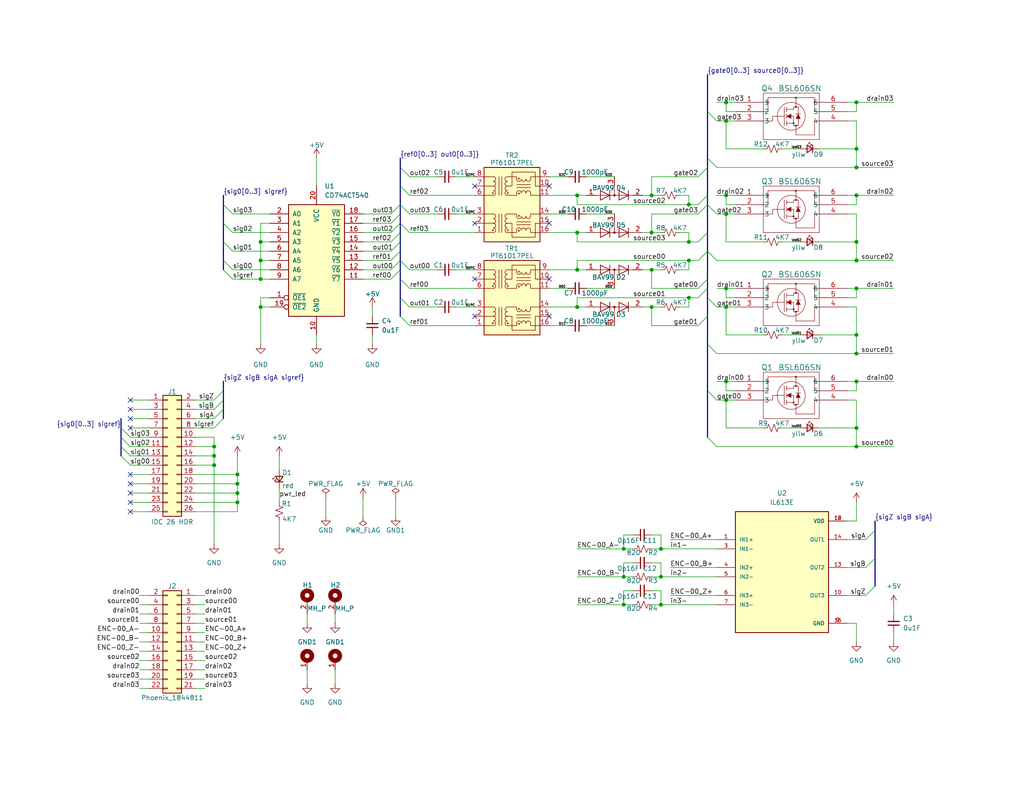
<source format=kicad_sch>
(kicad_sch (version 20231120) (generator "eeschema") (generator_version "8.0")
  (paper "USLetter")
  (title_block (title "DSS-SSR4E") (date "2024-04-09") (rev "1") (company "Desert Shed Studio"))
  (lib_symbols
    (symbol "BSL606SNH6327XTSA1_1" (pin_names (offset 0.254))
      (property "Reference" "Q" (at 15.24 7.62 0))
      (property "Value" " BSL606SN" (at 15.24 5.08 0))
      (symbol "BSL606SNH6327XTSA1_1_0_1"
        (pin passive line (at 0 0 0) (length 7.62) (name "1") (number "1"))
        (pin passive line (at 0 -2.54 0) (length 7.62) (name "2") (number "2"))
        (pin input line (at 0 -5.08 0) (length 7.62) (name "3") (number "3"))
        (pin passive line (at 30.48 -5.08 180) (length 7.62) (name "4") (number "4"))
        (pin passive line (at 30.48 -2.54 180) (length 7.62) (name "5") (number "5"))
        (pin passive line (at 30.48 0 180) (length 7.62) (name "6") (number "6"))
      )
    )
    (symbol "BSL606SNH6327XTSA1_2" (pin_names (offset 0.254))
      (property "Reference" "Q" (at 15.24 7.62 0))
      (property "Value" " BSL606SN" (at 15.24 5.08 0))
      (symbol "BSL606SNH6327XTSA1_2_0_1"
        (pin passive line (at 0 0 0) (length 7.62) (name "1") (number "1"))
        (pin passive line (at 0 -2.54 0) (length 7.62) (name "2") (number "2"))
        (pin input line (at 0 -5.08 0) (length 7.62) (name "3") (number "3"))
        (pin passive line (at 30.48 -5.08 180) (length 7.62) (name "4") (number "4"))
        (pin passive line (at 30.48 -2.54 180) (length 7.62) (name "5") (number "5"))
        (pin passive line (at 30.48 0 180) (length 7.62) (name "6") (number "6"))
      )
    )
    (symbol "BSL606SNH6327XTSA1_3" (pin_names (offset 0.254))
      (property "Reference" "Q" (at 15.24 7.62 0))
      (property "Value" " BSL606SN" (at 15.24 5.08 0))
      (symbol "BSL606SNH6327XTSA1_3_0_1"
        (pin passive line (at 0 0 0) (length 7.62) (name "1") (number "1"))
        (pin passive line (at 0 -2.54 0) (length 7.62) (name "2") (number "2"))
        (pin input line (at 0 -5.08 0) (length 7.62) (name "3") (number "3"))
        (pin passive line (at 30.48 -5.08 180) (length 7.62) (name "4") (number "4"))
        (pin passive line (at 30.48 -2.54 180) (length 7.62) (name "5") (number "5"))
        (pin passive line (at 30.48 0 180) (length 7.62) (name "6") (number "6"))
      )
    )
    (symbol "Connector_Generic:Conn_02x11_Odd_Even" (pin_names (offset 1.016) hide)
      (property "Reference" "J" (at 1.27 15.24 0))
      (property "Value" "Conn_02x11_Odd_Even" (at 1.27 -15.24 0))
      (symbol "Conn_02x11_Odd_Even_1_1"
        (pin passive line (at -5.08 12.7 0) (length 3.81) (name "Pin_1") (number "1"))
        (pin passive line (at 7.62 2.54 180) (length 3.81) (name "Pin_10") (number "10"))
        (pin passive line (at -5.08 0 0) (length 3.81) (name "Pin_11") (number "11"))
        (pin passive line (at 7.62 0 180) (length 3.81) (name "Pin_12") (number "12"))
        (pin passive line (at -5.08 -2.54 0) (length 3.81) (name "Pin_13") (number "13"))
        (pin passive line (at 7.62 -2.54 180) (length 3.81) (name "Pin_14") (number "14"))
        (pin passive line (at -5.08 -5.08 0) (length 3.81) (name "Pin_15") (number "15"))
        (pin passive line (at 7.62 -5.08 180) (length 3.81) (name "Pin_16") (number "16"))
        (pin passive line (at -5.08 -7.62 0) (length 3.81) (name "Pin_17") (number "17"))
        (pin passive line (at 7.62 -7.62 180) (length 3.81) (name "Pin_18") (number "18"))
        (pin passive line (at -5.08 -10.16 0) (length 3.81) (name "Pin_19") (number "19"))
        (pin passive line (at 7.62 12.7 180) (length 3.81) (name "Pin_2") (number "2"))
        (pin passive line (at 7.62 -10.16 180) (length 3.81) (name "Pin_20") (number "20"))
        (pin passive line (at -5.08 -12.7 0) (length 3.81) (name "Pin_21") (number "21"))
        (pin passive line (at 7.62 -12.7 180) (length 3.81) (name "Pin_22") (number "22"))
        (pin passive line (at -5.08 10.16 0) (length 3.81) (name "Pin_3") (number "3"))
        (pin passive line (at 7.62 10.16 180) (length 3.81) (name "Pin_4") (number "4"))
        (pin passive line (at -5.08 7.62 0) (length 3.81) (name "Pin_5") (number "5"))
        (pin passive line (at 7.62 7.62 180) (length 3.81) (name "Pin_6") (number "6"))
        (pin passive line (at -5.08 5.08 0) (length 3.81) (name "Pin_7") (number "7"))
        (pin passive line (at 7.62 5.08 180) (length 3.81) (name "Pin_8") (number "8"))
        (pin passive line (at -5.08 2.54 0) (length 3.81) (name "Pin_9") (number "9"))
      )
    )
    (symbol "Connector_Generic:Conn_02x13_Odd_Even" (pin_names (offset 1.016) hide)
      (property "Reference" "J" (at 1.27 17.78 0))
      (property "Value" "Conn_02x13_Odd_Even" (at 1.27 -17.78 0))
      (symbol "Conn_02x13_Odd_Even_1_1"
        (pin passive line (at -5.08 15.24 0) (length 3.81) (name "Pin_1") (number "1"))
        (pin passive line (at 7.62 5.08 180) (length 3.81) (name "Pin_10") (number "10"))
        (pin passive line (at -5.08 2.54 0) (length 3.81) (name "Pin_11") (number "11"))
        (pin passive line (at 7.62 2.54 180) (length 3.81) (name "Pin_12") (number "12"))
        (pin passive line (at -5.08 0 0) (length 3.81) (name "Pin_13") (number "13"))
        (pin passive line (at 7.62 0 180) (length 3.81) (name "Pin_14") (number "14"))
        (pin passive line (at -5.08 -2.54 0) (length 3.81) (name "Pin_15") (number "15"))
        (pin passive line (at 7.62 -2.54 180) (length 3.81) (name "Pin_16") (number "16"))
        (pin passive line (at -5.08 -5.08 0) (length 3.81) (name "Pin_17") (number "17"))
        (pin passive line (at 7.62 -5.08 180) (length 3.81) (name "Pin_18") (number "18"))
        (pin passive line (at -5.08 -7.62 0) (length 3.81) (name "Pin_19") (number "19"))
        (pin passive line (at 7.62 15.24 180) (length 3.81) (name "Pin_2") (number "2"))
        (pin passive line (at 7.62 -7.62 180) (length 3.81) (name "Pin_20") (number "20"))
        (pin passive line (at -5.08 -10.16 0) (length 3.81) (name "Pin_21") (number "21"))
        (pin passive line (at 7.62 -10.16 180) (length 3.81) (name "Pin_22") (number "22"))
        (pin passive line (at -5.08 -12.7 0) (length 3.81) (name "Pin_23") (number "23"))
        (pin passive line (at 7.62 -12.7 180) (length 3.81) (name "Pin_24") (number "24"))
        (pin passive line (at -5.08 -15.24 0) (length 3.81) (name "Pin_25") (number "25"))
        (pin passive line (at 7.62 -15.24 180) (length 3.81) (name "Pin_26") (number "26"))
        (pin passive line (at -5.08 12.7 0) (length 3.81) (name "Pin_3") (number "3"))
        (pin passive line (at 7.62 12.7 180) (length 3.81) (name "Pin_4") (number "4"))
        (pin passive line (at -5.08 10.16 0) (length 3.81) (name "Pin_5") (number "5"))
        (pin passive line (at 7.62 10.16 180) (length 3.81) (name "Pin_6") (number "6"))
        (pin passive line (at -5.08 7.62 0) (length 3.81) (name "Pin_7") (number "7"))
        (pin passive line (at 7.62 7.62 180) (length 3.81) (name "Pin_8") (number "8"))
        (pin passive line (at -5.08 5.08 0) (length 3.81) (name "Pin_9") (number "9"))
      )
    )
    (symbol "Custom_symbols:BSL606SNH6327XTSA1" (pin_names (offset 0.254))
      (property "Reference" "Q" (at 15.24 7.62 0))
      (property "Value" " BSL606SN" (at 15.24 5.08 0))
      (symbol "BSL606SNH6327XTSA1_0_1"
        (pin passive line (at 0 0 0) (length 7.62) (name "1") (number "1"))
        (pin passive line (at 0 -2.54 0) (length 7.62) (name "2") (number "2"))
        (pin input line (at 0 -5.08 0) (length 7.62) (name "3") (number "3"))
        (pin passive line (at 30.48 -5.08 180) (length 7.62) (name "4") (number "4"))
        (pin passive line (at 30.48 -2.54 180) (length 7.62) (name "5") (number "5"))
        (pin passive line (at 30.48 0 180) (length 7.62) (name "6") (number "6"))
      )
    )
    (symbol "Custom_symbols:CD74ACT540" (pin_names (offset 1.016))
      (property "Reference" "U?" (at 1.9559 19.304 0))
      (property "Value" "CD74ACT540" (at 1.9559 16.764 0))
      (symbol "CD74ACT540_1_0"
        (pin input inverted (at -12.7 -10.16 0) (length 5.08) (name "~{OE1}") (number "1"))
        (pin power_in line (at 0 -20.32 90) (length 5.08) (name "GND") (number "10"))
        (pin tri_state line (at 12.7 -5.08 180) (length 5.08) (name "~{Y7}") (number "11"))
        (pin tri_state line (at 12.7 -2.54 180) (length 5.08) (name "~{Y6}") (number "12"))
        (pin tri_state line (at 12.7 0 180) (length 5.08) (name "~{Y5}") (number "13"))
        (pin tri_state line (at 12.7 2.54 180) (length 5.08) (name "~{Y4}") (number "14"))
        (pin tri_state line (at 12.7 5.08 180) (length 5.08) (name "~{Y3}") (number "15"))
        (pin tri_state line (at 12.7 7.62 180) (length 5.08) (name "~{Y2}") (number "16"))
        (pin tri_state line (at 12.7 10.16 180) (length 5.08) (name "~{Y1}") (number "17"))
        (pin tri_state line (at 12.7 12.7 180) (length 5.08) (name "~{Y0}") (number "18"))
        (pin input inverted (at -12.7 -12.7 0) (length 5.08) (name "~{OE2}") (number "19"))
        (pin input line (at -12.7 12.7 0) (length 5.08) (name "A0") (number "2"))
        (pin power_in line (at 0 20.32 270) (length 5.08) (name "VCC") (number "20"))
        (pin input line (at -12.7 10.16 0) (length 5.08) (name "A1") (number "3"))
        (pin input line (at -12.7 7.62 0) (length 5.08) (name "A2") (number "4"))
        (pin input line (at -12.7 5.08 0) (length 5.08) (name "A3") (number "5"))
        (pin input line (at -12.7 2.54 0) (length 5.08) (name "A4") (number "6"))
        (pin input line (at -12.7 0 0) (length 5.08) (name "A5") (number "7"))
        (pin input line (at -12.7 -2.54 0) (length 5.08) (name "A6") (number "8"))
        (pin input line (at -12.7 -5.08 0) (length 5.08) (name "A7") (number "9"))
      )
    )
    (symbol "Custom_symbols:IL613E" (pin_names (offset 1.016))
      (property "Reference" "U" (at -12.7 16.51 0))
      (property "Value" "IL613E" (at -12.7 -20.32 0))
      (symbol "IL613E_0_0"
        (pin input line (at -17.78 7.62 0) (length 5.08) (name "IN1+") (number "1"))
        (pin output line (at 17.78 -7.62 180) (length 5.08) (name "OUT3") (number "10"))
        (pin power_in line (at 17.78 12.7 180) (length 5.08) (name "VDD") (number "12"))
        (pin output line (at 17.78 0 180) (length 5.08) (name "OUT2") (number "13"))
        (pin output line (at 17.78 7.62 180) (length 5.08) (name "OUT1") (number "14"))
        (pin power_in line (at 17.78 -15.24 180) (length 5.08) (name "GND") (number "15"))
        (pin power_in line (at 17.78 12.7 180) (length 5.08) (name "VDD") (number "16"))
        (pin input line (at -17.78 5.08 0) (length 5.08) (name "IN1-") (number "3"))
        (pin input line (at -17.78 0 0) (length 5.08) (name "IN2+") (number "4"))
        (pin input line (at -17.78 -2.54 0) (length 5.08) (name "IN2-") (number "5"))
        (pin input line (at -17.78 -7.62 0) (length 5.08) (name "IN3+") (number "6"))
        (pin input line (at -17.78 -10.16 0) (length 5.08) (name "IN3-") (number "7"))
        (pin power_in line (at 17.78 -15.24 180) (length 5.08) (name "GND") (number "9"))
      )
      (symbol "IL613E_1_0"
        (pin no_connect non_logic (at -2.54 -20.32 90) (length 2.54) hide (name "") (number "11"))
        (pin no_connect non_logic (at 2.54 -20.32 90) (length 2.54) hide (name "") (number "2"))
        (pin no_connect non_logic (at 0 -20.32 90) (length 2.54) hide (name "") (number "8"))
      )
    )
    (symbol "Custom_symbols:PT61017PEL" (pin_names hide)
      (property "Reference" "TR" (at 0 10.795 0))
      (property "Value" "PT61017PEL" (at 0 -10.795 0))
      (symbol "PT61017PEL_1_0"
        (pin no_connect non_logic (at 1.27 12.7 270) (length 2.54) hide (name "") (number "12"))
        (pin no_connect non_logic (at 3.81 12.7 270) (length 2.54) hide (name "") (number "13"))
        (pin no_connect non_logic (at -3.81 12.7 270) (length 2.54) hide (name "") (number "4"))
        (pin no_connect non_logic (at -1.27 12.7 270) (length 2.54) hide (name "") (number "5"))
      )
      (symbol "PT61017PEL_1_1"
        (pin passive line (at -10.16 -7.62 0) (length 2.54) (name "TD+") (number "1"))
        (pin passive line (at 10.16 5.08 180) (length 2.54) (name "C_RX") (number "10"))
        (pin passive line (at 10.16 2.54 180) (length 2.54) (name "RX+") (number "11"))
        (pin passive line (at 10.16 -2.54 180) (length 2.54) (name "TX-") (number "14"))
        (pin passive line (at 10.16 -5.08 180) (length 2.54) (name "C_TX") (number "15"))
        (pin passive line (at 10.16 -7.62 180) (length 2.54) (name "TX+") (number "16"))
        (pin passive line (at -10.16 -5.08 0) (length 2.54) (name "C_TD") (number "2"))
        (pin passive line (at -10.16 -2.54 0) (length 2.54) (name "TD-") (number "3"))
        (pin passive line (at -10.16 2.54 0) (length 2.54) (name "RD+") (number "6"))
        (pin passive line (at -10.16 5.08 0) (length 2.54) (name "C_RD") (number "7"))
        (pin passive line (at -10.16 7.62 0) (length 2.54) (name "RD-") (number "8"))
        (pin passive line (at 10.16 7.62 180) (length 2.54) (name "RX-") (number "9"))
      )
    )
    (symbol "Custom_symbols:Pheonix_1201578_Pins_1-2_StyleB" (pin_names (offset 1.016) hide)
      (property "Reference" "H" (at 0 6.35 0))
      (property "Value" "MountingHole_Pad" (at 0 4.572 0))
      (symbol "Pheonix_1201578_Pins_1-2_StyleB_1_1"
        (pin input line (at 0 -2.54 90) (length 2.54) (name "1") (number "1"))
        (pin input line (at 0 12.7 90) (length 3.81) (name "2") (number "2"))
      )
    )
    (symbol "Device:C_Small" (pin_numbers hide) (pin_names (offset 0.254) hide)
      (property "Reference" "C" (at 0.254 1.778 0))
      (property "Value" "C_Small" (at 0.254 -2.032 0))
      (symbol "C_Small_1_1"
        (pin passive line (at 0 2.54 270) (length 2.032) (name "~") (number "1"))
        (pin passive line (at 0 -2.54 90) (length 2.032) (name "~") (number "2"))
      )
    )
    (symbol "Device:LED_Small" (pin_numbers hide) (pin_names (offset 0.254) hide)
      (property "Reference" "D" (at -1.27 3.175 0))
      (property "Value" "LED_Small" (at -4.445 -2.54 0))
      (symbol "LED_Small_1_1"
        (pin passive line (at -2.54 0 0) (length 1.778) (name "K") (number "1"))
        (pin passive line (at 2.54 0 180) (length 1.778) (name "A") (number "2"))
      )
    )
    (symbol "Device:R_Small_US" (pin_numbers hide) (pin_names (offset 0.254) hide)
      (property "Reference" "R" (at 0.762 0.508 0))
      (property "Value" "R_Small_US" (at 0.762 -1.016 0))
      (symbol "R_Small_US_1_1"
        (pin passive line (at 0 2.54 270) (length 1.016) (name "~") (number "1"))
        (pin passive line (at 0 -2.54 90) (length 1.016) (name "~") (number "2"))
      )
    )
    (symbol "Diode:BAV99" (pin_names hide)
      (property "Reference" "D" (at 0 5.08 0))
      (property "Value" "BAV99" (at 0 2.54 0))
      (symbol "BAV99_1_1"
        (pin passive line (at -7.62 0 0) (length 2.54) (name "K") (number "1"))
        (pin passive line (at 7.62 0 180) (length 2.54) (name "A") (number "2"))
        (pin passive line (at 0 -5.08 90) (length 2.54) (name "K") (number "3"))
      )
    )
    (symbol "Pheonix_1201578_Pins_1-2_StyleB_1" (pin_names (offset 1.016) hide)
      (property "Reference" "H" (at 0 6.35 0))
      (property "Value" "MountingHole_Pad" (at 0 4.572 0))
      (symbol "Pheonix_1201578_Pins_1-2_StyleB_1_1_1"
        (pin input line (at 0 -2.54 90) (length 2.54) (name "1") (number "1"))
        (pin input line (at 0 12.7 90) (length 3.81) (name "2") (number "2"))
      )
    )
    (symbol "power:+5V" (power) (pin_numbers hide) (pin_names (offset 0) hide)
      (property "Value" "+5V" (at 0 3.556 0))
      (symbol "+5V_1_1"
        (pin power_in line (at 0 0 90) (length 0) (name "~") (number "1"))
      )
    )
    (symbol "power:GND" (power) (pin_numbers hide) (pin_names (offset 0) hide)
      (property "Value" "GND" (at 0 -3.81 0))
      (symbol "GND_1_1"
        (pin power_in line (at 0 0 270) (length 0) (name "~") (number "1"))
      )
    )
    (symbol "power:GND1" (power) (pin_numbers hide) (pin_names (offset 0) hide)
      (property "Value" "GND1" (at 0 -3.81 0))
      (symbol "GND1_1_1"
        (pin power_in line (at 0 0 270) (length 0) (name "~") (number "1"))
      )
    )
    (symbol "power:PWR_FLAG" (power) (pin_numbers hide) (pin_names (offset 0) hide)
      (property "Value" "PWR_FLAG" (at 0 3.81 0))
      (symbol "PWR_FLAG_0_0"
        (pin power_out line (at 0 0 90) (length 0) (name "~") (number "1"))
      )
    )
  )
  (junction (at 157.48 73.66))
  (junction (at 64.77 132.08))
  (junction (at 64.77 134.62))
  (junction (at 64.77 137.16))
  (junction (at 233.68 78.74))
  (junction (at 157.48 63.5))
  (junction (at 177.8 53.34))
  (junction (at 187.96 81.28))
  (junction (at 233.68 96.52))
  (junction (at 71.12 71.12))
  (junction (at 198.12 104.14))
  (junction (at 71.12 76.2))
  (junction (at 170.18 165.1))
  (junction (at 177.8 73.66))
  (junction (at 198.12 58.42))
  (junction (at 71.12 66.04))
  (junction (at 64.77 129.54))
  (junction (at 157.48 53.34))
  (junction (at 187.96 55.88))
  (junction (at 233.68 91.44))
  (junction (at 71.12 83.82))
  (junction (at 187.96 71.12))
  (junction (at 177.8 83.82))
  (junction (at 233.68 66.04))
  (junction (at 233.68 27.94))
  (junction (at 233.68 71.12))
  (junction (at 180.34 149.86))
  (junction (at 198.12 109.22))
  (junction (at 180.34 157.48))
  (junction (at 177.8 63.5))
  (junction (at 58.42 121.92))
  (junction (at 170.18 157.48))
  (junction (at 58.42 124.46))
  (junction (at 198.12 83.82))
  (junction (at 58.42 127))
  (junction (at 233.68 53.34))
  (junction (at 198.12 27.94))
  (junction (at 187.96 66.04))
  (junction (at 233.68 45.72))
  (junction (at 170.18 149.86))
  (junction (at 180.34 165.1))
  (junction (at 233.68 104.14))
  (junction (at 198.12 78.74))
  (junction (at 198.12 53.34))
  (junction (at 198.12 33.02))
  (junction (at 157.48 83.82))
  (junction (at 233.68 121.92))
  (junction (at 233.68 40.64))
  (junction (at 233.68 116.84))
  (no_connect (at 35.56 109.22))
  (no_connect (at 35.56 139.7))
  (no_connect (at 149.86 76.2))
  (no_connect (at 149.86 50.8))
  (no_connect (at 35.56 129.54))
  (no_connect (at 129.54 60.96))
  (no_connect (at 35.56 116.84))
  (no_connect (at 129.54 50.8))
  (no_connect (at 129.54 76.2))
  (no_connect (at 35.56 137.16))
  (no_connect (at 149.86 60.96))
  (no_connect (at 129.54 86.36))
  (no_connect (at 35.56 132.08))
  (no_connect (at 35.56 134.62))
  (no_connect (at 35.56 111.76))
  (no_connect (at 35.56 114.3))
  (no_connect (at 149.86 86.36))
  (bus_entry (at 190.5 48.26) (size 2.54 -2.54))
  (bus_entry (at 111.76 73.66) (size -2.54 -2.54))
  (bus_entry (at 106.68 73.66) (size 2.54 -2.54))
  (bus_entry (at 106.68 76.2) (size 2.54 -2.54))
  (bus_entry (at 236.22 154.94) (size 2.54 -2.54))
  (bus_entry (at 58.42 116.84) (size 2.54 -2.54))
  (bus_entry (at 190.5 66.04) (size 2.54 -2.54))
  (bus_entry (at 106.68 71.12) (size 2.54 -2.54))
  (bus_entry (at 195.58 96.52) (size -2.54 -2.54))
  (bus_entry (at 106.68 58.42) (size 2.54 -2.54))
  (bus_entry (at 58.42 111.76) (size 2.54 -2.54))
  (bus_entry (at 190.5 78.74) (size 2.54 -2.54))
  (bus_entry (at 195.58 83.82) (size -2.54 -2.54))
  (bus_entry (at 195.58 45.72) (size -2.54 -2.54))
  (bus_entry (at 111.76 78.74) (size -2.54 -2.54))
  (bus_entry (at 35.56 127) (size -2.54 -2.54))
  (bus_entry (at 35.56 124.46) (size -2.54 -2.54))
  (bus_entry (at 63.5 73.66) (size -2.54 -2.54))
  (bus_entry (at 195.58 58.42) (size -2.54 -2.54))
  (bus_entry (at 35.56 121.92) (size -2.54 -2.54))
  (bus_entry (at 111.76 63.5) (size -2.54 -2.54))
  (bus_entry (at 63.5 76.2) (size -2.54 -2.54))
  (bus_entry (at 190.5 71.12) (size 2.54 -2.54))
  (bus_entry (at 106.68 63.5) (size 2.54 -2.54))
  (bus_entry (at 111.76 88.9) (size -2.54 -2.54))
  (bus_entry (at 111.76 83.82) (size -2.54 -2.54))
  (bus_entry (at 106.68 66.04) (size 2.54 -2.54))
  (bus_entry (at 195.58 71.12) (size -2.54 -2.54))
  (bus_entry (at 63.5 68.58) (size -2.54 -2.54))
  (bus_entry (at 63.5 58.42) (size -2.54 -2.54))
  (bus_entry (at 63.5 63.5) (size -2.54 -2.54))
  (bus_entry (at 195.58 109.22) (size -2.54 -2.54))
  (bus_entry (at 190.5 88.9) (size 2.54 -2.54))
  (bus_entry (at 190.5 55.88) (size 2.54 -2.54))
  (bus_entry (at 111.76 48.26) (size -2.54 -2.54))
  (bus_entry (at 111.76 53.34) (size -2.54 -2.54))
  (bus_entry (at 193.04 78.74) (size -2.54 2.54))
  (bus_entry (at 106.68 68.58) (size 2.54 -2.54))
  (bus_entry (at 236.22 162.56) (size 2.54 -2.54))
  (bus_entry (at 236.22 147.32) (size 2.54 -2.54))
  (bus_entry (at 106.68 60.96) (size 2.54 -2.54))
  (bus_entry (at 195.58 33.02) (size -2.54 -2.54))
  (bus_entry (at 190.5 58.42) (size 2.54 -2.54))
  (bus_entry (at 35.56 119.38) (size -2.54 -2.54))
  (bus_entry (at 195.58 121.92) (size -2.54 -2.54))
  (bus_entry (at 58.42 114.3) (size 2.54 -2.54))
  (bus_entry (at 58.42 109.22) (size 2.54 -2.54))
  (bus_entry (at 111.76 58.42) (size -2.54 -2.54))
  (wire (pts (xy 233.68 30.48) (xy 233.68 27.94)))
  (wire (pts (xy 231.14 33.02) (xy 233.68 33.02)))
  (wire (pts (xy 149.86 48.26) (xy 154.94 48.26)))
  (wire (pts (xy 149.86 88.9) (xy 154.94 88.9)))
  (wire (pts (xy 149.86 53.34) (xy 157.48 53.34)))
  (bus (pts (xy 109.22 71.12) (xy 109.22 73.66)))
  (wire (pts (xy 157.48 73.66) (xy 160.02 73.66)))
  (wire (pts (xy 91.44 167.64) (xy 91.44 170.18)))
  (wire (pts (xy 71.12 66.04) (xy 71.12 71.12)))
  (wire (pts (xy 233.68 45.72) (xy 243.84 45.72)))
  (wire (pts (xy 35.56 129.54) (xy 40.64 129.54)))
  (wire (pts (xy 177.8 63.5) (xy 180.34 63.5)))
  (wire (pts (xy 99.06 58.42) (xy 106.68 58.42)))
  (wire (pts (xy 71.12 71.12) (xy 73.66 71.12)))
  (wire (pts (xy 198.12 106.68) (xy 198.12 104.14)))
  (wire (pts (xy 64.77 129.54) (xy 64.77 132.08)))
  (wire (pts (xy 170.18 165.1) (xy 172.72 165.1)))
  (wire (pts (xy 233.68 170.18) (xy 233.68 175.26)))
  (bus (pts (xy 109.22 68.58) (xy 109.22 71.12)))
  (wire (pts (xy 200.66 81.28) (xy 198.12 81.28)))
  (wire (pts (xy 182.88 154.94) (xy 195.58 154.94)))
  (wire (pts (xy 177.8 63.5) (xy 177.8 58.42)))
  (wire (pts (xy 35.56 121.92) (xy 40.64 121.92)))
  (wire (pts (xy 157.48 157.48) (xy 170.18 157.48)))
  (wire (pts (xy 35.56 124.46) (xy 40.64 124.46)))
  (wire (pts (xy 172.72 161.29) (xy 170.18 161.29)))
  (wire (pts (xy 187.96 63.5) (xy 187.96 66.04)))
  (wire (pts (xy 107.95 135.89) (xy 107.95 140.97)))
  (wire (pts (xy 71.12 60.96) (xy 71.12 66.04)))
  (wire (pts (xy 180.34 157.48) (xy 195.58 157.48)))
  (wire (pts (xy 233.68 116.84) (xy 233.68 121.92)))
  (wire (pts (xy 195.58 109.22) (xy 198.12 109.22)))
  (wire (pts (xy 198.12 109.22) (xy 200.66 109.22)))
  (wire (pts (xy 38.1 175.26) (xy 40.64 175.26)))
  (wire (pts (xy 157.48 55.88) (xy 187.96 55.88)))
  (wire (pts (xy 223.52 116.84) (xy 233.68 116.84)))
  (wire (pts (xy 243.84 165.1) (xy 243.84 167.64)))
  (wire (pts (xy 208.28 40.64) (xy 198.12 40.64)))
  (wire (pts (xy 198.12 91.44) (xy 198.12 83.82)))
  (wire (pts (xy 111.76 58.42) (xy 119.38 58.42)))
  (wire (pts (xy 177.8 53.34) (xy 180.34 53.34)))
  (wire (pts (xy 58.42 121.92) (xy 58.42 124.46)))
  (wire (pts (xy 175.26 73.66) (xy 177.8 73.66)))
  (wire (pts (xy 157.48 81.28) (xy 187.96 81.28)))
  (bus (pts (xy 193.04 86.36) (xy 193.04 93.98)))
  (wire (pts (xy 180.34 149.86) (xy 195.58 149.86)))
  (wire (pts (xy 187.96 55.88) (xy 190.5 55.88)))
  (bus (pts (xy 33.02 121.92) (xy 33.02 124.46)))
  (wire (pts (xy 172.72 146.05) (xy 170.18 146.05)))
  (wire (pts (xy 86.36 91.44) (xy 86.36 93.98)))
  (wire (pts (xy 99.06 135.89) (xy 99.06 140.97)))
  (wire (pts (xy 177.8 48.26) (xy 190.5 48.26)))
  (wire (pts (xy 177.8 78.74) (xy 190.5 78.74)))
  (wire (pts (xy 177.8 153.67) (xy 180.34 153.67)))
  (wire (pts (xy 200.66 106.68) (xy 198.12 106.68)))
  (wire (pts (xy 35.56 119.38) (xy 40.64 119.38)))
  (wire (pts (xy 231.14 154.94) (xy 236.22 154.94)))
  (wire (pts (xy 35.56 127) (xy 40.64 127)))
  (wire (pts (xy 99.06 71.12) (xy 106.68 71.12)))
  (wire (pts (xy 111.76 53.34) (xy 129.54 53.34)))
  (wire (pts (xy 233.68 104.14) (xy 243.84 104.14)))
  (bus (pts (xy 193.04 20.32) (xy 193.04 30.48)))
  (wire (pts (xy 223.52 91.44) (xy 233.68 91.44)))
  (wire (pts (xy 53.34 172.72) (xy 55.88 172.72)))
  (wire (pts (xy 35.56 109.22) (xy 40.64 109.22)))
  (wire (pts (xy 187.96 81.28) (xy 190.5 81.28)))
  (wire (pts (xy 182.88 147.32) (xy 195.58 147.32)))
  (wire (pts (xy 208.28 91.44) (xy 198.12 91.44)))
  (wire (pts (xy 213.36 116.84) (xy 218.44 116.84)))
  (wire (pts (xy 198.12 83.82) (xy 200.66 83.82)))
  (wire (pts (xy 53.34 114.3) (xy 58.42 114.3)))
  (wire (pts (xy 157.48 165.1) (xy 170.18 165.1)))
  (wire (pts (xy 111.76 73.66) (xy 119.38 73.66)))
  (wire (pts (xy 35.56 111.76) (xy 40.64 111.76)))
  (wire (pts (xy 124.46 73.66) (xy 129.54 73.66)))
  (wire (pts (xy 195.58 78.74) (xy 198.12 78.74)))
  (wire (pts (xy 180.34 146.05) (xy 180.34 149.86)))
  (wire (pts (xy 53.34 175.26) (xy 55.88 175.26)))
  (wire (pts (xy 157.48 149.86) (xy 170.18 149.86)))
  (wire (pts (xy 233.68 81.28) (xy 233.68 78.74)))
  (wire (pts (xy 157.48 81.28) (xy 157.48 83.82)))
  (wire (pts (xy 149.86 73.66) (xy 157.48 73.66)))
  (wire (pts (xy 177.8 73.66) (xy 177.8 78.74)))
  (wire (pts (xy 111.76 63.5) (xy 129.54 63.5)))
  (wire (pts (xy 233.68 137.16) (xy 233.68 142.24)))
  (wire (pts (xy 231.14 30.48) (xy 233.68 30.48)))
  (wire (pts (xy 64.77 139.7) (xy 64.77 137.16)))
  (wire (pts (xy 53.34 170.18) (xy 55.88 170.18)))
  (wire (pts (xy 53.34 119.38) (xy 58.42 119.38)))
  (wire (pts (xy 76.2 124.46) (xy 76.2 128.27)))
  (wire (pts (xy 149.86 58.42) (xy 154.94 58.42)))
  (wire (pts (xy 213.36 66.04) (xy 218.44 66.04)))
  (wire (pts (xy 187.96 71.12) (xy 190.5 71.12)))
  (wire (pts (xy 177.8 83.82) (xy 177.8 88.9)))
  (wire (pts (xy 99.06 76.2) (xy 106.68 76.2)))
  (bus (pts (xy 60.96 71.12) (xy 60.96 73.66)))
  (bus (pts (xy 193.04 30.48) (xy 193.04 43.18)))
  (wire (pts (xy 231.14 162.56) (xy 236.22 162.56)))
  (wire (pts (xy 157.48 66.04) (xy 187.96 66.04)))
  (wire (pts (xy 149.86 83.82) (xy 157.48 83.82)))
  (wire (pts (xy 53.34 134.62) (xy 64.77 134.62)))
  (wire (pts (xy 53.34 129.54) (xy 64.77 129.54)))
  (bus (pts (xy 109.22 58.42) (xy 109.22 60.96)))
  (wire (pts (xy 198.12 30.48) (xy 198.12 27.94)))
  (bus (pts (xy 109.22 73.66) (xy 109.22 76.2)))
  (wire (pts (xy 64.77 124.46) (xy 64.77 129.54)))
  (wire (pts (xy 73.66 60.96) (xy 71.12 60.96)))
  (bus (pts (xy 60.96 104.14) (xy 60.96 106.68)))
  (wire (pts (xy 58.42 119.38) (xy 58.42 121.92)))
  (wire (pts (xy 177.8 146.05) (xy 180.34 146.05)))
  (wire (pts (xy 38.1 187.96) (xy 40.64 187.96)))
  (bus (pts (xy 33.02 114.3) (xy 33.02 116.84)))
  (wire (pts (xy 64.77 134.62) (xy 64.77 132.08)))
  (wire (pts (xy 175.26 63.5) (xy 177.8 63.5)))
  (wire (pts (xy 170.18 146.05) (xy 170.18 149.86)))
  (wire (pts (xy 177.8 88.9) (xy 190.5 88.9)))
  (wire (pts (xy 73.66 76.2) (xy 71.12 76.2)))
  (wire (pts (xy 233.68 66.04) (xy 233.68 58.42)))
  (bus (pts (xy 193.04 68.58) (xy 193.04 76.2)))
  (wire (pts (xy 223.52 40.64) (xy 233.68 40.64)))
  (wire (pts (xy 195.58 58.42) (xy 198.12 58.42)))
  (wire (pts (xy 160.02 48.26) (xy 167.64 48.26)))
  (wire (pts (xy 53.34 137.16) (xy 64.77 137.16)))
  (wire (pts (xy 58.42 124.46) (xy 58.42 127)))
  (wire (pts (xy 233.68 116.84) (xy 233.68 109.22)))
  (wire (pts (xy 35.56 137.16) (xy 40.64 137.16)))
  (wire (pts (xy 99.06 66.04) (xy 106.68 66.04)))
  (wire (pts (xy 53.34 111.76) (xy 58.42 111.76)))
  (wire (pts (xy 53.34 127) (xy 58.42 127)))
  (wire (pts (xy 185.42 53.34) (xy 187.96 53.34)))
  (wire (pts (xy 233.68 96.52) (xy 243.84 96.52)))
  (wire (pts (xy 71.12 71.12) (xy 71.12 76.2)))
  (wire (pts (xy 198.12 66.04) (xy 198.12 58.42)))
  (wire (pts (xy 177.8 73.66) (xy 180.34 73.66)))
  (wire (pts (xy 177.8 157.48) (xy 180.34 157.48)))
  (wire (pts (xy 76.2 142.24) (xy 76.2 148.59)))
  (wire (pts (xy 38.1 177.8) (xy 40.64 177.8)))
  (wire (pts (xy 53.34 121.92) (xy 58.42 121.92)))
  (bus (pts (xy 238.76 152.4) (xy 238.76 160.02)))
  (wire (pts (xy 195.58 121.92) (xy 233.68 121.92)))
  (wire (pts (xy 198.12 55.88) (xy 198.12 53.34)))
  (wire (pts (xy 38.1 167.64) (xy 40.64 167.64)))
  (wire (pts (xy 198.12 53.34) (xy 200.66 53.34)))
  (wire (pts (xy 170.18 161.29) (xy 170.18 165.1)))
  (wire (pts (xy 187.96 53.34) (xy 187.96 55.88)))
  (wire (pts (xy 160.02 88.9) (xy 167.64 88.9)))
  (bus (pts (xy 193.04 45.72) (xy 193.04 53.34)))
  (wire (pts (xy 195.58 45.72) (xy 233.68 45.72)))
  (wire (pts (xy 53.34 185.42) (xy 55.88 185.42)))
  (wire (pts (xy 170.18 157.48) (xy 172.72 157.48)))
  (bus (pts (xy 193.04 106.68) (xy 193.04 119.38)))
  (wire (pts (xy 38.1 180.34) (xy 40.64 180.34)))
  (wire (pts (xy 35.56 132.08) (xy 40.64 132.08)))
  (wire (pts (xy 149.86 63.5) (xy 157.48 63.5)))
  (wire (pts (xy 231.14 104.14) (xy 233.68 104.14)))
  (wire (pts (xy 71.12 83.82) (xy 71.12 81.28)))
  (wire (pts (xy 83.82 182.88) (xy 83.82 186.69)))
  (wire (pts (xy 53.34 139.7) (xy 64.77 139.7)))
  (wire (pts (xy 124.46 83.82) (xy 129.54 83.82)))
  (wire (pts (xy 195.58 71.12) (xy 233.68 71.12)))
  (wire (pts (xy 195.58 33.02) (xy 198.12 33.02)))
  (bus (pts (xy 109.22 81.28) (xy 109.22 86.36)))
  (wire (pts (xy 195.58 104.14) (xy 198.12 104.14)))
  (wire (pts (xy 231.14 147.32) (xy 236.22 147.32)))
  (wire (pts (xy 175.26 83.82) (xy 177.8 83.82)))
  (wire (pts (xy 35.56 134.62) (xy 40.64 134.62)))
  (wire (pts (xy 53.34 182.88) (xy 55.88 182.88)))
  (wire (pts (xy 231.14 170.18) (xy 233.68 170.18)))
  (wire (pts (xy 233.68 121.92) (xy 243.84 121.92)))
  (wire (pts (xy 185.42 73.66) (xy 187.96 73.66)))
  (bus (pts (xy 33.02 119.38) (xy 33.02 121.92)))
  (wire (pts (xy 208.28 116.84) (xy 198.12 116.84)))
  (wire (pts (xy 187.96 81.28) (xy 187.96 83.82)))
  (wire (pts (xy 198.12 33.02) (xy 200.66 33.02)))
  (bus (pts (xy 60.96 66.04) (xy 60.96 71.12)))
  (bus (pts (xy 60.96 109.22) (xy 60.96 111.76)))
  (wire (pts (xy 63.5 58.42) (xy 73.66 58.42)))
  (wire (pts (xy 35.56 139.7) (xy 40.64 139.7)))
  (wire (pts (xy 63.5 68.58) (xy 73.66 68.58)))
  (wire (pts (xy 233.68 40.64) (xy 233.68 45.72)))
  (wire (pts (xy 233.68 55.88) (xy 233.68 53.34)))
  (wire (pts (xy 177.8 53.34) (xy 177.8 48.26)))
  (wire (pts (xy 63.5 76.2) (xy 71.12 76.2)))
  (bus (pts (xy 60.96 60.96) (xy 60.96 66.04)))
  (wire (pts (xy 124.46 58.42) (xy 129.54 58.42)))
  (wire (pts (xy 53.34 165.1) (xy 55.88 165.1)))
  (wire (pts (xy 198.12 104.14) (xy 200.66 104.14)))
  (wire (pts (xy 71.12 93.98) (xy 71.12 83.82)))
  (wire (pts (xy 231.14 55.88) (xy 233.68 55.88)))
  (wire (pts (xy 149.86 78.74) (xy 154.94 78.74)))
  (wire (pts (xy 231.14 81.28) (xy 233.68 81.28)))
  (bus (pts (xy 193.04 81.28) (xy 193.04 86.36)))
  (wire (pts (xy 53.34 109.22) (xy 58.42 109.22)))
  (wire (pts (xy 231.14 109.22) (xy 233.68 109.22)))
  (wire (pts (xy 99.06 73.66) (xy 106.68 73.66)))
  (wire (pts (xy 53.34 180.34) (xy 55.88 180.34)))
  (wire (pts (xy 175.26 53.34) (xy 177.8 53.34)))
  (wire (pts (xy 157.48 63.5) (xy 157.48 66.04)))
  (wire (pts (xy 185.42 83.82) (xy 187.96 83.82)))
  (bus (pts (xy 109.22 63.5) (xy 109.22 66.04)))
  (wire (pts (xy 71.12 83.82) (xy 73.66 83.82)))
  (wire (pts (xy 53.34 124.46) (xy 58.42 124.46)))
  (wire (pts (xy 198.12 27.94) (xy 200.66 27.94)))
  (wire (pts (xy 63.5 63.5) (xy 73.66 63.5)))
  (wire (pts (xy 101.6 83.82) (xy 101.6 86.36)))
  (bus (pts (xy 60.96 106.68) (xy 60.96 109.22)))
  (bus (pts (xy 238.76 144.78) (xy 238.76 152.4)))
  (bus (pts (xy 109.22 50.8) (xy 109.22 55.88)))
  (wire (pts (xy 157.48 73.66) (xy 157.48 71.12)))
  (wire (pts (xy 187.96 73.66) (xy 187.96 71.12)))
  (wire (pts (xy 38.1 182.88) (xy 40.64 182.88)))
  (wire (pts (xy 195.58 96.52) (xy 233.68 96.52)))
  (wire (pts (xy 160.02 78.74) (xy 167.64 78.74)))
  (wire (pts (xy 233.68 78.74) (xy 243.84 78.74)))
  (wire (pts (xy 160.02 58.42) (xy 167.64 58.42)))
  (wire (pts (xy 101.6 91.44) (xy 101.6 93.98)))
  (wire (pts (xy 231.14 78.74) (xy 233.68 78.74)))
  (wire (pts (xy 53.34 177.8) (xy 55.88 177.8)))
  (wire (pts (xy 243.84 172.72) (xy 243.84 175.26)))
  (wire (pts (xy 198.12 40.64) (xy 198.12 33.02)))
  (wire (pts (xy 195.58 53.34) (xy 198.12 53.34)))
  (wire (pts (xy 111.76 88.9) (xy 129.54 88.9)))
  (wire (pts (xy 198.12 78.74) (xy 200.66 78.74)))
  (wire (pts (xy 231.14 106.68) (xy 233.68 106.68)))
  (wire (pts (xy 182.88 162.56) (xy 195.58 162.56)))
  (wire (pts (xy 58.42 127) (xy 58.42 148.59)))
  (bus (pts (xy 193.04 78.74) (xy 193.04 81.28)))
  (wire (pts (xy 38.1 185.42) (xy 40.64 185.42)))
  (bus (pts (xy 193.04 53.34) (xy 193.04 55.88)))
  (bus (pts (xy 109.22 55.88) (xy 109.22 58.42)))
  (wire (pts (xy 111.76 48.26) (xy 119.38 48.26)))
  (bus (pts (xy 193.04 55.88) (xy 193.04 63.5)))
  (wire (pts (xy 53.34 167.64) (xy 55.88 167.64)))
  (bus (pts (xy 60.96 111.76) (xy 60.96 114.3)))
  (wire (pts (xy 53.34 132.08) (xy 64.77 132.08)))
  (wire (pts (xy 233.68 27.94) (xy 243.84 27.94)))
  (wire (pts (xy 195.58 83.82) (xy 198.12 83.82)))
  (wire (pts (xy 157.48 83.82) (xy 160.02 83.82)))
  (bus (pts (xy 109.22 66.04) (xy 109.22 68.58)))
  (wire (pts (xy 53.34 187.96) (xy 55.88 187.96)))
  (wire (pts (xy 99.06 68.58) (xy 106.68 68.58)))
  (wire (pts (xy 233.68 53.34) (xy 243.84 53.34)))
  (wire (pts (xy 35.56 116.84) (xy 40.64 116.84)))
  (wire (pts (xy 231.14 27.94) (xy 233.68 27.94)))
  (wire (pts (xy 208.28 66.04) (xy 198.12 66.04)))
  (wire (pts (xy 223.52 66.04) (xy 233.68 66.04)))
  (wire (pts (xy 83.82 167.64) (xy 83.82 170.18)))
  (wire (pts (xy 71.12 66.04) (xy 73.66 66.04)))
  (wire (pts (xy 157.48 53.34) (xy 157.48 55.88)))
  (wire (pts (xy 231.14 53.34) (xy 233.68 53.34)))
  (wire (pts (xy 233.68 40.64) (xy 233.68 33.02)))
  (wire (pts (xy 172.72 153.67) (xy 170.18 153.67)))
  (wire (pts (xy 124.46 48.26) (xy 129.54 48.26)))
  (wire (pts (xy 76.2 133.35) (xy 76.2 137.16)))
  (bus (pts (xy 109.22 60.96) (xy 109.22 63.5)))
  (wire (pts (xy 64.77 137.16) (xy 64.77 134.62)))
  (wire (pts (xy 180.34 161.29) (xy 180.34 165.1)))
  (wire (pts (xy 187.96 66.04) (xy 190.5 66.04)))
  (wire (pts (xy 180.34 165.1) (xy 195.58 165.1)))
  (bus (pts (xy 193.04 43.18) (xy 193.04 45.72)))
  (wire (pts (xy 177.8 83.82) (xy 180.34 83.82)))
  (wire (pts (xy 198.12 81.28) (xy 198.12 78.74)))
  (wire (pts (xy 177.8 165.1) (xy 180.34 165.1)))
  (wire (pts (xy 177.8 58.42) (xy 190.5 58.42)))
  (bus (pts (xy 33.02 116.84) (xy 33.02 119.38)))
  (wire (pts (xy 91.44 182.88) (xy 91.44 186.69)))
  (wire (pts (xy 198.12 58.42) (xy 200.66 58.42)))
  (wire (pts (xy 177.8 149.86) (xy 180.34 149.86)))
  (wire (pts (xy 38.1 170.18) (xy 40.64 170.18)))
  (wire (pts (xy 53.34 116.84) (xy 58.42 116.84)))
  (wire (pts (xy 177.8 161.29) (xy 180.34 161.29)))
  (wire (pts (xy 231.14 142.24) (xy 233.68 142.24)))
  (wire (pts (xy 233.68 71.12) (xy 243.84 71.12)))
  (wire (pts (xy 157.48 71.12) (xy 187.96 71.12)))
  (wire (pts (xy 185.42 63.5) (xy 187.96 63.5)))
  (wire (pts (xy 86.36 43.18) (xy 86.36 50.8)))
  (wire (pts (xy 231.14 58.42) (xy 233.68 58.42)))
  (wire (pts (xy 233.68 91.44) (xy 233.68 96.52)))
  (bus (pts (xy 238.76 142.24) (xy 238.76 144.78)))
  (bus (pts (xy 193.04 93.98) (xy 193.04 106.68)))
  (wire (pts (xy 63.5 73.66) (xy 73.66 73.66)))
  (wire (pts (xy 233.68 106.68) (xy 233.68 104.14)))
  (wire (pts (xy 38.1 172.72) (xy 40.64 172.72)))
  (wire (pts (xy 71.12 81.28) (xy 73.66 81.28)))
  (wire (pts (xy 195.58 27.94) (xy 198.12 27.94)))
  (wire (pts (xy 180.34 153.67) (xy 180.34 157.48)))
  (wire (pts (xy 170.18 153.67) (xy 170.18 157.48)))
  (wire (pts (xy 35.56 114.3) (xy 40.64 114.3)))
  (wire (pts (xy 53.34 162.56) (xy 55.88 162.56)))
  (wire (pts (xy 88.9 135.89) (xy 88.9 140.97)))
  (bus (pts (xy 109.22 45.72) (xy 109.22 50.8)))
  (bus (pts (xy 60.96 53.34) (xy 60.96 55.88)))
  (wire (pts (xy 231.14 83.82) (xy 233.68 83.82)))
  (wire (pts (xy 198.12 116.84) (xy 198.12 109.22)))
  (wire (pts (xy 111.76 83.82) (xy 119.38 83.82)))
  (bus (pts (xy 193.04 63.5) (xy 193.04 68.58)))
  (wire (pts (xy 233.68 66.04) (xy 233.68 71.12)))
  (wire (pts (xy 233.68 91.44) (xy 233.68 83.82)))
  (wire (pts (xy 213.36 40.64) (xy 218.44 40.64)))
  (wire (pts (xy 170.18 149.86) (xy 172.72 149.86)))
  (wire (pts (xy 38.1 162.56) (xy 40.64 162.56)))
  (wire (pts (xy 38.1 165.1) (xy 40.64 165.1)))
  (wire (pts (xy 200.66 55.88) (xy 198.12 55.88)))
  (wire (pts (xy 99.06 60.96) (xy 106.68 60.96)))
  (bus (pts (xy 109.22 76.2) (xy 109.22 81.28)))
  (bus (pts (xy 109.22 43.18) (xy 109.22 45.72)))
  (wire (pts (xy 99.06 63.5) (xy 106.68 63.5)))
  (wire (pts (xy 111.76 78.74) (xy 129.54 78.74)))
  (bus (pts (xy 193.04 76.2) (xy 193.04 78.74)))
  (bus (pts (xy 60.96 55.88) (xy 60.96 60.96)))
  (wire (pts (xy 213.36 91.44) (xy 218.44 91.44)))
  (wire (pts (xy 157.48 63.5) (xy 160.02 63.5)))
  (wire (pts (xy 200.66 30.48) (xy 198.12 30.48)))
  (wire (pts (xy 157.48 53.34) (xy 160.02 53.34)))
  (label "03C" (at 152.4 58.42 0) (effects (font (size 0.635 0.635))))
  (label "in1-" (at 182.88 149.86 0))
  (label "03D" (at 165.1 58.42 0) (effects (font (size 0.635 0.635))))
  (label "02PC" (at 127 48.26 0) (effects (font (size 0.635 0.635))))
  (label "sigB" (at 236.22 154.94 180))
  (label "sigZ" (at 58.42 109.22 180))
  (label "sig01" (at 35.56 124.46 0))
  (label "drain02" (at 55.88 182.88 0))
  (label "03PC" (at 127 58.42 0) (effects (font (size 0.635 0.635))))
  (label "ENC-00_A-" (at 157.48 149.86 0))
  (label "gate00" (at 190.5 78.74 180))
  (label "sig03" (at 63.5 58.42 0))
  (label "ENC-00_A+" (at 182.88 147.32 0))
  (label "02D" (at 165.1 48.26 0) (effects (font (size 0.635 0.635))))
  (label "out01" (at 101.6 68.58 0))
  (label "{sigZ sigB sigA}" (at 238.76 142.24 0))
  (label "led02" (at 215.9 66.04 0) (effects (font (size 0.635 0.635))))
  (label "gate03" (at 190.5 58.42 180))
  (label "out03" (at 101.6 58.42 0))
  (label "sig00" (at 35.56 127 0))
  (label "drain02" (at 38.1 182.88 180))
  (label "01C" (at 152.4 88.9 0) (effects (font (size 0.635 0.635))))
  (label "ENC-00_Z+" (at 182.88 162.56 0))
  (label "sig01" (at 63.5 68.58 0))
  (label "ENC-00_A-" (at 38.1 172.72 180))
  (label "00D" (at 165.1 78.74 0) (effects (font (size 0.635 0.635))))
  (label "00C" (at 152.4 78.74 0) (effects (font (size 0.635 0.635))))
  (label "sig00" (at 63.5 73.66 0))
  (label "ref01" (at 111.76 88.9 0))
  (label "source02" (at 243.84 71.12 180))
  (label "drain00" (at 195.58 104.14 0))
  (label "out02" (at 111.76 48.26 0))
  (label "drain02" (at 243.84 53.34 180))
  (label "sigA" (at 58.42 114.3 180))
  (label "source03" (at 38.1 185.42 180))
  (label "ENC-00_B-" (at 38.1 175.26 180))
  (label "drain03" (at 55.88 187.96 0))
  (label "drain01" (at 195.58 78.74 0))
  (label "sig02" (at 63.5 63.5 0))
  (label "source01" (at 243.84 96.52 180))
  (label "sigA" (at 236.22 147.32 180))
  (label "ref03" (at 111.76 63.5 0))
  (label "ref03" (at 101.6 60.96 0))
  (label "out02" (at 101.6 63.5 0))
  (label "led01" (at 215.9 91.44 0) (effects (font (size 0.635 0.635))))
  (label "drain03" (at 38.1 187.96 180))
  (label "drain02" (at 195.58 53.34 0))
  (label "gate02" (at 195.58 58.42 0))
  (label "gate02" (at 190.5 48.26 180))
  (label "source00" (at 55.88 165.1 0))
  (label "out00" (at 101.6 73.66 0))
  (label "source02" (at 38.1 180.34 180))
  (label "drain01" (at 55.88 167.64 0))
  (label "{sigZ sigB sigA sigref}" (at 60.96 104.14 0))
  (label "ENC-00_B+" (at 55.88 175.26 0))
  (label "out03" (at 111.76 58.42 0))
  (label "drain00" (at 55.88 162.56 0))
  (label "{ref0[0..3] out0[0..3]}" (at 109.22 43.18 0))
  (label "led03" (at 215.9 40.64 0) (effects (font (size 0.635 0.635))))
  (label "ENC-00_A+" (at 55.88 172.72 0))
  (label "{gate0[0..3] source0[0..3]}" (at 193.04 20.32 0))
  (label "{sig0[0..3] sigref}" (at 33.02 116.84 180))
  (label "source01" (at 55.88 170.18 0))
  (label "00PC" (at 127 73.66 0) (effects (font (size 0.635 0.635))))
  (label "in2-" (at 182.88 157.48 0))
  (label "source00" (at 38.1 165.1 180))
  (label "drain03" (at 243.84 27.94 180))
  (label "source03" (at 243.84 45.72 180))
  (label "{sig0[0..3] sigref}" (at 60.96 53.34 0))
  (label "in3-" (at 182.88 165.1 0))
  (label "sigZ" (at 236.22 162.56 180))
  (label "source00" (at 172.72 71.12 0))
  (label "ENC-00_B-" (at 157.48 157.48 0))
  (label "drain00" (at 243.84 104.14 180))
  (label "source03" (at 172.72 66.04 0))
  (label "out00" (at 111.76 73.66 0))
  (label "gate00" (at 195.58 109.22 0))
  (label "ref01" (at 101.6 71.12 0))
  (label "sig03" (at 35.56 119.38 0))
  (label "sigref" (at 58.42 116.84 180))
  (label "source01" (at 172.72 81.28 0))
  (label "drain01" (at 243.84 78.74 180))
  (label "ref00" (at 111.76 78.74 0))
  (label "out01" (at 111.76 83.82 0))
  (label "ENC-00_Z-" (at 38.1 177.8 180))
  (label "source02" (at 55.88 180.34 0))
  (label "ref00" (at 101.6 76.2 0))
  (label "ref02" (at 111.76 53.34 0))
  (label "sigref" (at 63.5 76.2 0))
  (label "drain01" (at 38.1 167.64 180))
  (label "source00" (at 243.84 121.92 180))
  (label "gate01" (at 190.5 88.9 180))
  (label "source01" (at 38.1 170.18 180))
  (label "ref02" (at 101.6 66.04 0))
  (label "gate03" (at 195.58 33.02 0))
  (label "source02" (at 172.72 55.88 0))
  (label "01PC" (at 127 83.82 0) (effects (font (size 0.635 0.635))))
  (label "sig02" (at 35.56 121.92 0))
  (label "drain00" (at 38.1 162.56 180))
  (label "ENC-00_B+" (at 182.88 154.94 0))
  (label "02C" (at 152.4 48.26 0) (effects (font (size 0.635 0.635))))
  (label "ENC-00_Z-" (at 157.48 165.1 0))
  (label "01D" (at 165.1 88.9 0) (effects (font (size 0.635 0.635))))
  (label "gate01" (at 195.58 83.82 0))
  (label "sigB" (at 58.42 111.76 180))
  (label "ENC-00_Z+" (at 55.88 177.8 0))
  (label "led00" (at 215.9 116.84 0) (effects (font (size 0.635 0.635))))
  (label "source03" (at 55.88 185.42 0))
  (label "pwr_led" (at 76.2 135.89 0))
  (label "drain03" (at 195.58 27.94 0))
  (symbol (lib_id "Device:LED_Small") (at 76.2 130.81 90) (unit 1)
    (property "Reference" "D1" (at 76.962 129.032 90) (effects (justify right)))
    (property "Value" "red" (at 76.962 132.588 90) (effects (justify right)))
    (property "Footprint" "Custom_Footprints:LED_0603_simple_silk" (effects (hide yes)))
  )
  (symbol (lib_id "Device:R_Small_US") (at 175.26 165.1 270) (unit 1)
    (property "Reference" "R4" (at 176.784 166.116 90) (effects (justify left)))
    (property "Value" "820" (at 170.942 166.116 90) (effects (justify left)))
    (property "Footprint" "Resistor_SMD:R_0603_1608Metric" (effects (hide yes)))
  )
  (symbol (lib_id "power:+5V") (at 99.06 135.89 0) (unit 1)
    (property "Reference" "#PWR09" (effects (hide yes)))
    (property "Value" "+5V" (at 99.06 132.08 0))
  )
  (symbol (lib_id "Device:C_Small") (at 243.84 170.18 180) (unit 1)
    (property "Reference" "C3" (at 246.38 168.9035 0) (effects (justify right)))
    (property "Value" "0u1F" (at 246.38 171.4435 0) (effects (justify right)))
    (property "Footprint" "Capacitor_SMD:C_0603_1608Metric" (effects (hide yes)))
  )
  (symbol (lib_id "Device:C_Small") (at 157.48 78.74 270) (mirror x) (unit 1)
    (property "Reference" "C7" (at 155.194 80.01 90))
    (property "Value" "1000pF" (at 162.306 80.01 90))
    (property "Footprint" "Capacitor_SMD:C_0603_1608Metric" (effects (hide yes)))
  )
  (symbol (lib_id "Custom_symbols:PT61017PEL") (at 139.7 81.28 0) (unit 1)
    (property "Reference" "TR1" (at 139.7 67.818 0))
    (property "Value" "PT61017PEL" (at 139.7 69.85 0))
    (property "Footprint" "Transformer_SMD:Transformer_Ethernet_Bourns_PT61017PEL" (effects (hide yes)))
    (property "Datasheet" "https://www.bourns.com/docs/Product-Datasheets/PT61017PEL.pdf" (effects (hide yes)))
    (property "Description" "Ethernet LAN 10/100 Base-Tx Transformer with Center Taps" (effects (hide yes)))
  )
  (symbol (lib_id "Device:R_Small_US") (at 182.88 83.82 90) (unit 1)
    (property "Reference" "R6" (at 181.61 82.55 90) (effects (justify left)))
    (property "Value" "4K7" (at 187.452 82.55 90) (effects (justify left)))
    (property "Footprint" "Resistor_SMD:R_0603_1608Metric" (effects (hide yes)))
  )
  (symbol (lib_id "power:GND") (at 71.12 93.98 0) (unit 1)
    (property "Reference" "#PWR013" (effects (hide yes)))
    (property "Value" "GND" (at 71.12 99.568 0))
  )
  (symbol (lib_id "Device:R_Small_US") (at 175.26 157.48 270) (unit 1)
    (property "Reference" "R3" (at 176.784 158.496 90) (effects (justify left)))
    (property "Value" "820" (at 170.942 158.496 90) (effects (justify left)))
    (property "Footprint" "Resistor_SMD:R_0603_1608Metric" (effects (hide yes)))
  )
  (symbol (lib_id "power:PWR_FLAG") (at 99.06 140.97 180) (unit 1)
    (property "Reference" "#FLG02" (effects (hide yes)))
    (property "Value" "PWR_FLAG" (at 99.06 144.78 0))
    (property "Description" "Special symbol for telling ERC where power comes from" (effects (hide yes)))
  )
  (symbol (lib_id "Connector_Generic:Conn_02x13_Odd_Even") (at 45.72 124.46 0) (unit 1)
    (property "Reference" "J1" (at 46.99 106.934 0))
    (property "Value" "IDC 26 HDR" (at 46.99 142.494 0))
    (property "Footprint" "Custom_Footprints:IDC 26 HDR 2.54" (effects (hide yes)))
  )
  (symbol (lib_id "Device:C_Small") (at 121.92 48.26 270) (unit 1)
    (property "Reference" "C5" (at 119.634 46.99 90))
    (property "Value" "0u1F" (at 125.476 46.99 90))
    (property "Footprint" "Capacitor_SMD:C_0603_1608Metric" (effects (hide yes)))
  )
  (symbol (lib_id "power:GND1") (at 83.82 170.18 0) (unit 1)
    (property "Reference" "#PWR020" (effects (hide yes)))
    (property "Value" "GND1" (at 83.82 175.26 0))
    (property "Description" "Power symbol creates a global label with name \"GND1\" , ground" (effects (hide yes)))
  )
  (symbol (lib_name "Pheonix_1201578_Pins_1-2_StyleB_1") (lib_id "Custom_symbols:Pheonix_1201578_Pins_1-2_StyleB") (at 83.82 180.34 0) (unit 1)
    (property "Reference" "H1" (at 82.55 159.766 0) (effects (justify left)))
    (property "Value" "MH_P" (at 83.82 166.116 0) (effects (justify left)))
    (property "Footprint" "Custom_Footprints:Phoenix Contact 1201578 Pinout 1-2" (effects (hide yes)))
    (property "Description" "Mounting Hole with connection" (effects (hide yes)))
  )
  (symbol (lib_id "Connector_Generic:Conn_02x11_Odd_Even") (at 48.26 175.26 0) (mirror y) (unit 1)
    (property "Reference" "J2" (at 46.99 160.02 0))
    (property "Value" "Phoenix_1844811" (at 46.99 190.5 0))
    (property "Footprint" "Custom_Footprints:Phoenix Contact 1844811" (effects (hide yes)))
  )
  (symbol (lib_id "Custom_symbols:PT61017PEL") (at 139.7 55.88 0) (unit 1)
    (property "Reference" "TR2" (at 139.7 42.418 0))
    (property "Value" "PT61017PEL" (at 139.7 44.45 0))
    (property "Footprint" "Transformer_SMD:Transformer_Ethernet_Bourns_PT61017PEL" (effects (hide yes)))
    (property "Datasheet" "https://www.bourns.com/docs/Product-Datasheets/PT61017PEL.pdf" (effects (hide yes)))
    (property "Description" "Ethernet LAN 10/100 Base-Tx Transformer with Center Taps" (effects (hide yes)))
  )
  (symbol (lib_id "power:GND") (at 91.44 186.69 0) (unit 1)
    (property "Reference" "#PWR04" (effects (hide yes)))
    (property "Value" "GND" (at 91.44 191.77 0))
    (property "Description" "Power symbol creates a global label with name \"GND\" , ground" (effects (hide yes)))
  )
  (symbol (lib_id "power:GND1") (at 91.44 170.18 0) (unit 1)
    (property "Reference" "#PWR018" (effects (hide yes)))
    (property "Value" "GND1" (at 91.44 175.26 0))
    (property "Description" "Power symbol creates a global label with name \"GND1\" , ground" (effects (hide yes)))
  )
  (symbol (lib_id "Device:LED_Small") (at 220.98 116.84 0) (mirror y) (unit 1)
    (property "Reference" "D6" (at 223.266 118.364 0))
    (property "Value" "yllw" (at 217.932 118.364 0))
    (property "Footprint" "Custom_Footprints:LED_0603_simple_silk" (effects (hide yes)))
  )
  (symbol (lib_id "Device:LED_Small") (at 220.98 91.44 0) (mirror y) (unit 1)
    (property "Reference" "D7" (at 223.266 92.964 0))
    (property "Value" "yllw" (at 217.932 92.964 0))
    (property "Footprint" "Custom_Footprints:LED_0603_simple_silk" (effects (hide yes)))
  )
  (symbol (lib_id "Device:R_Small_US") (at 210.82 66.04 90) (unit 1)
    (property "Reference" "R11" (at 209.55 64.77 90) (effects (justify left)))
    (property "Value" "4K7" (at 215.392 64.77 90) (effects (justify left)))
    (property "Footprint" "Resistor_SMD:R_0603_1608Metric" (effects (hide yes)))
  )
  (symbol (lib_id "Device:R_Small_US") (at 210.82 116.84 90) (unit 1)
    (property "Reference" "R9" (at 209.55 115.57 90) (effects (justify left)))
    (property "Value" "4K7" (at 215.392 115.57 90) (effects (justify left)))
    (property "Footprint" "Resistor_SMD:R_0603_1608Metric" (effects (hide yes)))
  )
  (symbol (lib_id "Custom_symbols:BSL606SNH6327XTSA1") (at 200.66 104.14 0) (unit 1)
    (property "Reference" "Q1" (at 209.296 100.33 0) (effects (font (size 1.524 1.524))))
    (property "Value" " BSL606SN" (at 217.678 100.33 0) (effects (font (size 1.524 1.524))))
    (property "Footprint" "Package_SO:TSOP-6_1.65x3.05mm_P0.95mm" (effects (hide yes)))
    (property "Datasheet" "https://www.infineon.com/dgdl/Infineon-BSL606SN-DS-v02_02-en.pdf" (effects (hide yes)))
  )
  (symbol (lib_id "Diode:BAV99") (at 167.64 53.34 0) (mirror x) (unit 1)
    (property "Reference" "D4" (at 169.418 51.308 0))
    (property "Value" "BAV99" (at 164.592 51.308 0))
    (property "Footprint" "Package_TO_SOT_SMD:SOT-23" (effects (hide yes)))
    (property "Datasheet" "https://assets.nexperia.com/documents/data-sheet/BAV99_SER.pdf" (effects (hide yes)))
  )
  (symbol (lib_id "power:GND") (at 88.9 140.97 0) (unit 1)
    (property "Reference" "#PWR010" (effects (hide yes)))
    (property "Value" "GND" (at 88.9 144.78 0))
  )
  (symbol (lib_id "Device:R_Small_US") (at 182.88 53.34 90) (unit 1)
    (property "Reference" "R7" (at 181.61 52.07 90) (effects (justify left)))
    (property "Value" "4K7" (at 187.452 52.07 90) (effects (justify left)))
    (property "Footprint" "Resistor_SMD:R_0603_1608Metric" (effects (hide yes)))
  )
  (symbol (lib_id "Device:C_Small") (at 121.92 58.42 270) (unit 1)
    (property "Reference" "C6" (at 119.634 57.15 90))
    (property "Value" "0u1F" (at 125.476 57.15 90))
    (property "Footprint" "Capacitor_SMD:C_0603_1608Metric" (effects (hide yes)))
  )
  (symbol (lib_id "power:GND1") (at 107.95 140.97 0) (unit 1)
    (property "Reference" "#PWR019" (effects (hide yes)))
    (property "Value" "GND1" (at 107.95 144.78 0))
    (property "Description" "Power symbol creates a global label with name \"GND1\" , ground" (effects (hide yes)))
  )
  (symbol (lib_name "BSL606SNH6327XTSA1_2") (lib_id "Custom_symbols:BSL606SNH6327XTSA1") (at 200.66 53.34 0) (unit 1)
    (property "Reference" "Q3" (at 209.296 49.53 0) (effects (font (size 1.524 1.524))))
    (property "Value" " BSL606SN" (at 217.678 49.53 0) (effects (font (size 1.524 1.524))))
    (property "Footprint" "Package_SO:TSOP-6_1.65x3.05mm_P0.95mm" (effects (hide yes)))
    (property "Datasheet" "https://www.infineon.com/dgdl/Infineon-BSL606SN-DS-v02_02-en.pdf" (effects (hide yes)))
  )
  (symbol (lib_id "Custom_symbols:IL613E") (at 213.36 154.94 0) (unit 1)
    (property "Reference" "U2" (at 213.36 134.62 0))
    (property "Value" "IL613E" (at 213.36 137.16 0))
    (property "Footprint" "Custom_Footprints:NVE_IL613E" (effects (hide yes)))
    (property "Description" "\n3-Channel Passive Input, CMOS-Output Isolator, 2.5 kV, Wide SOIC\n" (effects (hide yes)))
    (property "MF" "NVE" (effects (hide yes)))
    (property "MAXIMUM_PACKAGE_HEIGHT" "2.67 mm" (effects (hide yes)))
    (property "Package" "None" (effects (hide yes)))
    (property "Price" "None" (effects (hide yes)))
    (property "Check_prices" "https://www.snapeda.com/parts/IL613E/NVE/view-part/?ref=eda" (effects (hide yes)))
    (property "STANDARD" "IPC 7351B" (effects (hide yes)))
    (property "PARTREV" "AC" (effects (hide yes)))
    (property "SnapEDA_Link" "https://www.snapeda.com/parts/IL613E/NVE/view-part/?ref=snap" (effects (hide yes)))
    (property "MP" "IL613E" (effects (hide yes)))
    (property "Availability" "In Stock" (effects (hide yes)))
    (property "MANUFACTURER" "NVE" (effects (hide yes)))
  )
  (symbol (lib_id "Diode:BAV99") (at 167.64 63.5 0) (mirror x) (unit 1)
    (property "Reference" "D5" (at 169.418 61.468 0))
    (property "Value" "BAV99" (at 164.592 61.468 0))
    (property "Footprint" "Package_TO_SOT_SMD:SOT-23" (effects (hide yes)))
    (property "Datasheet" "https://assets.nexperia.com/documents/data-sheet/BAV99_SER.pdf" (effects (hide yes)))
  )
  (symbol (lib_id "power:+5V") (at 64.77 124.46 0) (unit 1)
    (property "Reference" "#PWR06" (effects (hide yes)))
    (property "Value" "+5V" (at 64.77 119.38 0))
    (property "Description" "Power symbol creates a global label with name \"+5V\"" (effects (hide yes)))
  )
  (symbol (lib_id "Device:C_Small") (at 121.92 83.82 270) (unit 1)
    (property "Reference" "C2" (at 119.634 82.55 90))
    (property "Value" "0u1F" (at 125.476 82.55 90))
    (property "Footprint" "Capacitor_SMD:C_0603_1608Metric" (effects (hide yes)))
  )
  (symbol (lib_id "power:+5V") (at 101.6 83.82 0) (unit 1)
    (property "Reference" "#PWR012" (effects (hide yes)))
    (property "Value" "+5V" (at 101.6 80.264 0))
  )
  (symbol (lib_id "Custom_symbols:Pheonix_1201578_Pins_1-2_StyleB") (at 91.44 180.34 0) (unit 1)
    (property "Reference" "H2" (at 90.17 159.766 0) (effects (justify left)))
    (property "Value" "MH_P" (at 91.44 166.116 0) (effects (justify left)))
    (property "Footprint" "Custom_Footprints:Phoenix Contact 1201578 Pinout 1-2" (effects (hide yes)))
    (property "Description" "Mounting Hole with connection" (effects (hide yes)))
  )
  (symbol (lib_id "power:GND") (at 233.68 175.26 0) (unit 1)
    (property "Reference" "#PWR011" (effects (hide yes)))
    (property "Value" "GND" (at 233.68 180.34 0))
    (property "Description" "Power symbol creates a global label with name \"GND\" , ground" (effects (hide yes)))
  )
  (symbol (lib_id "power:GND") (at 83.82 186.69 0) (unit 1)
    (property "Reference" "#PWR03" (effects (hide yes)))
    (property "Value" "GND" (at 83.82 191.77 0))
    (property "Description" "Power symbol creates a global label with name \"GND\" , ground" (effects (hide yes)))
  )
  (symbol (lib_id "Device:R_Small_US") (at 182.88 73.66 90) (unit 1)
    (property "Reference" "R5" (at 181.61 72.39 90) (effects (justify left)))
    (property "Value" "4K7" (at 187.452 72.39 90) (effects (justify left)))
    (property "Footprint" "Resistor_SMD:R_0603_1608Metric" (effects (hide yes)))
  )
  (symbol (lib_id "power:GND") (at 58.42 148.59 0) (unit 1)
    (property "Reference" "#PWR02" (effects (hide yes)))
    (property "Value" "GND" (at 58.42 153.67 0))
    (property "Description" "Power symbol creates a global label with name \"GND\" , ground" (effects (hide yes)))
  )
  (symbol (lib_id "Device:C_Small") (at 175.26 146.05 90) (unit 1)
    (property "Reference" "C11" (at 177.292 147.574 90))
    (property "Value" "0p16F" (at 171.45 147.574 90))
    (property "Footprint" "Capacitor_SMD:C_0603_1608Metric" (effects (hide yes)))
    (property "Description" "Unpolarized capacitor, small symbol" (effects (hide yes)))
  )
  (symbol (lib_id "Device:LED_Small") (at 220.98 40.64 0) (mirror y) (unit 1)
    (property "Reference" "D9" (at 223.266 42.164 0))
    (property "Value" "yllw" (at 217.932 42.164 0))
    (property "Footprint" "Custom_Footprints:LED_0603_simple_silk" (effects (hide yes)))
  )
  (symbol (lib_id "Device:R_Small_US") (at 210.82 40.64 90) (unit 1)
    (property "Reference" "R12" (at 209.55 39.37 90) (effects (justify left)))
    (property "Value" "4K7" (at 215.392 39.37 90) (effects (justify left)))
    (property "Footprint" "Resistor_SMD:R_0603_1608Metric" (effects (hide yes)))
  )
  (symbol (lib_id "power:+5V") (at 233.68 137.16 0) (unit 1)
    (property "Reference" "#PWR08" (effects (hide yes)))
    (property "Value" "+5V" (at 233.68 132.08 0))
    (property "Description" "Power symbol creates a global label with name \"+5V\"" (effects (hide yes)))
  )
  (symbol (lib_id "power:PWR_FLAG") (at 107.95 135.89 0) (unit 1)
    (property "Reference" "#FLG03" (effects (hide yes)))
    (property "Value" "PWR_FLAG" (at 107.95 132.08 0))
    (property "Description" "Special symbol for telling ERC where power comes from" (effects (hide yes)))
  )
  (symbol (lib_id "Custom_symbols:CD74ACT540") (at 86.36 71.12 0) (unit 1)
    (property "Reference" "U1" (at 88.5541 50.8 0) (effects (justify left)))
    (property "Value" "CD74ACT540" (at 88.5541 53.34 0) (effects (justify left)))
    (property "Footprint" "Package_SO:TSSOP-20_4.4x6.5mm_P0.65mm" (effects (hide yes)))
    (property "Datasheet" "https://www.ti.com/lit/ds/symlink/cd74act540.pdf" (effects (hide yes)))
  )
  (symbol (lib_id "power:GND") (at 101.6 93.98 0) (unit 1)
    (property "Reference" "#PWR015" (effects (hide yes)))
    (property "Value" "GND" (at 101.6 99.568 0))
  )
  (symbol (lib_id "Device:C_Small") (at 157.48 58.42 270) (unit 1)
    (property "Reference" "C10" (at 155.194 57.15 90))
    (property "Value" "1000pF" (at 162.306 57.15 90))
    (property "Footprint" "Capacitor_SMD:C_0603_1608Metric" (effects (hide yes)))
  )
  (symbol (lib_id "power:+5V") (at 76.2 124.46 0) (unit 1)
    (property "Reference" "#PWR05" (effects (hide yes)))
    (property "Value" "+5V" (at 76.2 119.38 0))
    (property "Description" "Power symbol creates a global label with name \"+5V\"" (effects (hide yes)))
  )
  (symbol (lib_id "Diode:BAV99") (at 167.64 83.82 0) (unit 1)
    (property "Reference" "D3" (at 169.418 85.852 0))
    (property "Value" "BAV99" (at 164.592 85.852 0))
    (property "Footprint" "Package_TO_SOT_SMD:SOT-23" (effects (hide yes)))
    (property "Datasheet" "https://assets.nexperia.com/documents/data-sheet/BAV99_SER.pdf" (effects (hide yes)))
  )
  (symbol (lib_id "Diode:BAV99") (at 167.64 73.66 0) (unit 1)
    (property "Reference" "D2" (at 169.418 75.692 0))
    (property "Value" "BAV99" (at 164.592 75.692 0))
    (property "Footprint" "Package_TO_SOT_SMD:SOT-23" (effects (hide yes)))
    (property "Datasheet" "https://assets.nexperia.com/documents/data-sheet/BAV99_SER.pdf" (effects (hide yes)))
  )
  (symbol (lib_id "Device:C_Small") (at 101.6 88.9 180) (unit 1)
    (property "Reference" "C4" (at 104.14 87.6235 0) (effects (justify right)))
    (property "Value" "0u1F" (at 104.14 90.1635 0) (effects (justify right)))
    (property "Footprint" "Capacitor_SMD:C_0603_1608Metric" (effects (hide yes)))
  )
  (symbol (lib_id "power:+5V") (at 243.84 165.1 0) (unit 1)
    (property "Reference" "#PWR016" (effects (hide yes)))
    (property "Value" "+5V" (at 243.84 160.02 0))
    (property "Description" "Power symbol creates a global label with name \"+5V\"" (effects (hide yes)))
  )
  (symbol (lib_id "Device:R_Small_US") (at 210.82 91.44 90) (unit 1)
    (property "Reference" "R10" (at 209.55 90.17 90) (effects (justify left)))
    (property "Value" "4K7" (at 215.392 90.17 90) (effects (justify left)))
    (property "Footprint" "Resistor_SMD:R_0603_1608Metric" (effects (hide yes)))
  )
  (symbol (lib_id "power:GND") (at 86.36 93.98 0) (unit 1)
    (property "Reference" "#PWR014" (effects (hide yes)))
    (property "Value" "GND" (at 86.36 99.568 0))
  )
  (symbol (lib_id "Device:C_Small") (at 121.92 73.66 270) (unit 1)
    (property "Reference" "C1" (at 119.634 72.39 90))
    (property "Value" "0u1F" (at 125.476 72.39 90))
    (property "Footprint" "Capacitor_SMD:C_0603_1608Metric" (effects (hide yes)))
  )
  (symbol (lib_id "power:PWR_FLAG") (at 88.9 135.89 0) (unit 1)
    (property "Reference" "#FLG01" (effects (hide yes)))
    (property "Value" "PWR_FLAG" (at 88.9 132.08 0))
    (property "Description" "Special symbol for telling ERC where power comes from" (effects (hide yes)))
  )
  (symbol (lib_id "Device:C_Small") (at 175.26 161.29 90) (unit 1)
    (property "Reference" "C13" (at 177.292 162.814 90))
    (property "Value" "0p16F" (at 171.45 162.814 90))
    (property "Footprint" "Capacitor_SMD:C_0603_1608Metric" (effects (hide yes)))
    (property "Description" "Unpolarized capacitor, small symbol" (effects (hide yes)))
  )
  (symbol (lib_id "Device:C_Small") (at 157.48 88.9 270) (unit 1)
    (property "Reference" "C8" (at 155.194 87.63 90))
    (property "Value" "1000pF" (at 162.306 87.63 90))
    (property "Footprint" "Capacitor_SMD:C_0603_1608Metric" (effects (hide yes)))
  )
  (symbol (lib_id "Device:LED_Small") (at 220.98 66.04 0) (mirror y) (unit 1)
    (property "Reference" "D8" (at 223.266 67.564 0))
    (property "Value" "yllw" (at 217.932 67.564 0))
    (property "Footprint" "Custom_Footprints:LED_0603_simple_silk" (effects (hide yes)))
  )
  (symbol (lib_id "Device:C_Small") (at 175.26 153.67 90) (unit 1)
    (property "Reference" "C12" (at 177.292 155.194 90))
    (property "Value" "0p16F" (at 171.45 155.194 90))
    (property "Footprint" "Capacitor_SMD:C_0603_1608Metric" (effects (hide yes)))
    (property "Description" "Unpolarized capacitor, small symbol" (effects (hide yes)))
  )
  (symbol (lib_id "Device:R_Small_US") (at 182.88 63.5 90) (unit 1)
    (property "Reference" "R8" (at 181.61 62.23 90) (effects (justify left)))
    (property "Value" "4K7" (at 187.452 62.23 90) (effects (justify left)))
    (property "Footprint" "Resistor_SMD:R_0603_1608Metric" (effects (hide yes)))
  )
  (symbol (lib_id "power:+5V") (at 86.36 43.18 0) (unit 1)
    (property "Reference" "#PWR07" (effects (hide yes)))
    (property "Value" "+5V" (at 86.36 39.624 0))
  )
  (symbol (lib_id "Device:C_Small") (at 157.48 48.26 270) (unit 1)
    (property "Reference" "C9" (at 155.194 46.99 90))
    (property "Value" "1000pF" (at 162.306 46.99 90))
    (property "Footprint" "Capacitor_SMD:C_0603_1608Metric" (effects (hide yes)))
  )
  (symbol (lib_name "BSL606SNH6327XTSA1_1") (lib_id "Custom_symbols:BSL606SNH6327XTSA1") (at 200.66 27.94 0) (unit 1)
    (property "Reference" "Q4" (at 209.296 24.13 0) (effects (font (size 1.524 1.524))))
    (property "Value" " BSL606SN" (at 217.678 24.13 0) (effects (font (size 1.524 1.524))))
    (property "Footprint" "Package_SO:TSOP-6_1.65x3.05mm_P0.95mm" (effects (hide yes)))
    (property "Datasheet" "https://www.infineon.com/dgdl/Infineon-BSL606SN-DS-v02_02-en.pdf" (effects (hide yes)))
  )
  (symbol (lib_id "Device:R_Small_US") (at 76.2 139.7 0) (unit 1)
    (property "Reference" "R1" (at 76.835 137.541 0) (effects (justify left)))
    (property "Value" "4K7" (at 76.962 141.732 0) (effects (justify left)))
    (property "Footprint" "Resistor_SMD:R_0603_1608Metric" (effects (hide yes)))
  )
  (symbol (lib_id "Device:R_Small_US") (at 175.26 149.86 270) (unit 1)
    (property "Reference" "R2" (at 176.784 150.876 90) (effects (justify left)))
    (property "Value" "820" (at 170.942 150.876 90) (effects (justify left)))
    (property "Footprint" "Resistor_SMD:R_0603_1608Metric" (effects (hide yes)))
  )
  (symbol (lib_id "power:GND") (at 76.2 148.59 0) (unit 1)
    (property "Reference" "#PWR01" (effects (hide yes)))
    (property "Value" "GND" (at 76.2 153.67 0))
    (property "Description" "Power symbol creates a global label with name \"GND\" , ground" (effects (hide yes)))
  )
  (symbol (lib_name "BSL606SNH6327XTSA1_3") (lib_id "Custom_symbols:BSL606SNH6327XTSA1") (at 200.66 78.74 0) (unit 1)
    (property "Reference" "Q2" (at 209.296 74.93 0) (effects (font (size 1.524 1.524))))
    (property "Value" " BSL606SN" (at 217.678 74.93 0) (effects (font (size 1.524 1.524))))
    (property "Footprint" "Package_SO:TSOP-6_1.65x3.05mm_P0.95mm" (effects (hide yes)))
    (property "Datasheet" "https://www.infineon.com/dgdl/Infineon-BSL606SN-DS-v02_02-en.pdf" (effects (hide yes)))
  )
  (symbol (lib_id "power:GND") (at 243.84 175.26 0) (unit 1)
    (property "Reference" "#PWR017" (effects (hide yes)))
    (property "Value" "GND" (at 243.84 180.34 0))
    (property "Description" "Power symbol creates a global label with name \"GND\" , ground" (effects (hide yes)))
  )
)
</source>
